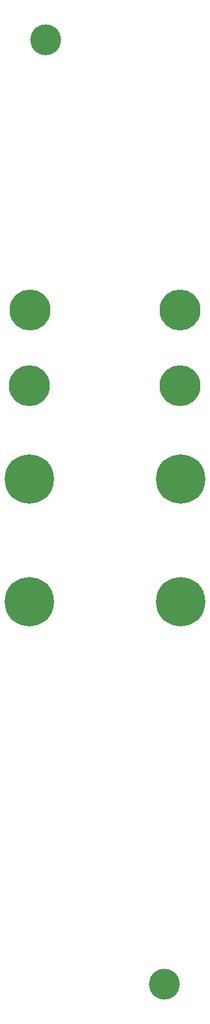
<source format=gbr>
%TF.GenerationSoftware,KiCad,Pcbnew,(6.0.7)*%
%TF.CreationDate,2023-02-07T22:18:11+09:00*%
%TF.ProjectId,scoppy_panel,73636f70-7079-45f7-9061-6e656c2e6b69,rev?*%
%TF.SameCoordinates,Original*%
%TF.FileFunction,Soldermask,Top*%
%TF.FilePolarity,Negative*%
%FSLAX46Y46*%
G04 Gerber Fmt 4.6, Leading zero omitted, Abs format (unit mm)*
G04 Created by KiCad (PCBNEW (6.0.7)) date 2023-02-07 22:18:11*
%MOMM*%
%LPD*%
G01*
G04 APERTURE LIST*
%ADD10C,4.000000*%
%ADD11C,6.400000*%
%ADD12C,5.300000*%
G04 APERTURE END LIST*
D10*
%TO.C,REF12*%
X162600000Y-30500000D03*
%TD*%
%TO.C,REF12*%
X178000000Y-153000000D03*
%TD*%
D11*
%TO.C,REF6*%
X180100000Y-87500000D03*
%TD*%
%TO.C,REF8*%
X180100000Y-103400000D03*
%TD*%
%TO.C,REF9*%
X160500000Y-87500000D03*
%TD*%
D12*
%TO.C,REF1*%
X160560000Y-65510000D03*
%TD*%
%TO.C,REF4*%
X180000000Y-75400000D03*
%TD*%
D11*
%TO.C,REF7*%
X160500000Y-103400000D03*
%TD*%
D12*
%TO.C,REF2*%
X179980000Y-65500000D03*
%TD*%
%TO.C,REF5*%
X160500000Y-75400000D03*
%TD*%
M02*

</source>
